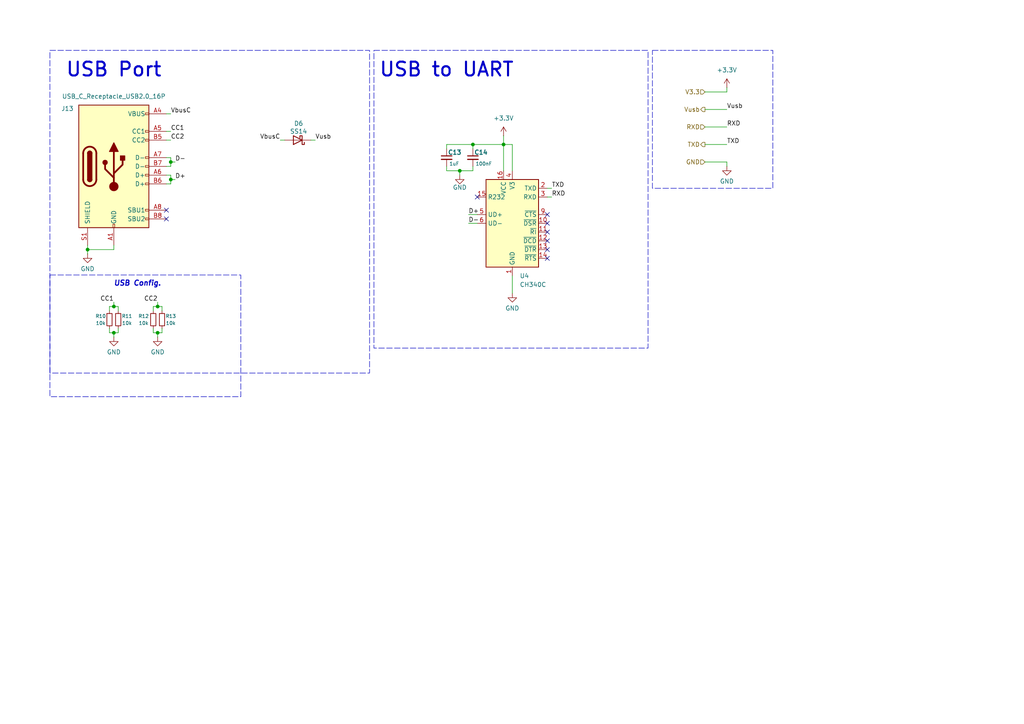
<source format=kicad_sch>
(kicad_sch (version 20250114) (generator "eeschema") (generator_version "9.0")
  (paper "A4")
  (lib_symbols
    (symbol "Connector:USB_C_Receptacle_USB2.0_16P" (pin_names (offset 1.016))
      (property "Reference" "J" (at 0 22.225 0))
      (property "Value" "USB_C_Receptacle_USB2.0_16P" (at 0 19.685 0))
      (symbol "USB_C_Receptacle_USB2.0_16P_0_0"
        (rectangle (start -0.254 -17.78) (end 0.254 -16.764))
        (rectangle (start 10.16 15.494) (end 9.144 14.986))
        (rectangle (start 10.16 10.414) (end 9.144 9.906))
        (rectangle (start 10.16 7.874) (end 9.144 7.366))
        (rectangle (start 10.16 2.794) (end 9.144 2.286))
        (rectangle (start 10.16 0.254) (end 9.144 -0.254))
        (rectangle (start 10.16 -2.286) (end 9.144 -2.794))
        (rectangle (start 10.16 -4.826) (end 9.144 -5.334))
        (rectangle (start 10.16 -12.446) (end 9.144 -12.954))
        (rectangle (start 10.16 -14.986) (end 9.144 -15.494))
      )
      (symbol "USB_C_Receptacle_USB2.0_16P_0_1"
        (rectangle (start -10.16 17.78) (end 10.16 -17.78) (stroke (width 0.254)) (fill (type background)))
        (polyline (pts (xy -8.89 -3.81) (xy -8.89 3.81)) (stroke (width 0.508)))
        (rectangle (start -7.62 -3.81) (end -6.35 3.81) (stroke (width 0.254)) (fill (type outline)))
        (arc (start -7.62 3.81) (mid -6.985 4.4423) (end -6.35 3.81) (stroke (width 0.254)))
        (arc (start -7.62 3.81) (mid -6.985 4.4423) (end -6.35 3.81) (stroke (width 0.254)) (fill (type outline)))
        (arc (start -8.89 3.81) (mid -6.985 5.7067) (end -5.08 3.81) (stroke (width 0.508)))
        (arc (start -5.08 -3.81) (mid -6.985 -5.7067) (end -8.89 -3.81) (stroke (width 0.508)))
        (arc (start -6.35 -3.81) (mid -6.985 -4.4423) (end -7.62 -3.81) (stroke (width 0.254)))
        (arc (start -6.35 -3.81) (mid -6.985 -4.4423) (end -7.62 -3.81) (stroke (width 0.254)) (fill (type outline)))
        (polyline (pts (xy -5.08 3.81) (xy -5.08 -3.81)) (stroke (width 0.508)))
        (circle (center -2.54 1.143) (radius 0.635) (stroke (width 0.254)) (fill (type outline)))
        (polyline (pts (xy -1.27 4.318) (xy 0 6.858) (xy 1.27 4.318) (xy -1.27 4.318)) (stroke (width 0.254)) (fill (type outline)))
        (polyline (pts (xy 0 -2.032) (xy 2.54 0.508) (xy 2.54 1.778)) (stroke (width 0.508)))
        (polyline (pts (xy 0 -3.302) (xy -2.54 -0.762) (xy -2.54 0.508)) (stroke (width 0.508)))
        (polyline (pts (xy 0 -5.842) (xy 0 4.318)) (stroke (width 0.508)))
        (circle (center 0 -5.842) (radius 1.27) (fill (type outline)))
        (rectangle (start 1.905 1.778) (end 3.175 3.048) (stroke (width 0.254)) (fill (type outline)))
      )
      (symbol "USB_C_Receptacle_USB2.0_16P_1_1"
        (pin passive line (at -7.62 -22.86 90) (length 5.08) (name "SHIELD") (number "S1"))
        (pin passive line (at 0 -22.86 90) (length 5.08) (name "GND") (number "A1"))
        (pin passive line (at 0 -22.86 90) (length 5.08) (hide yes) (name "GND") (number "A12"))
        (pin passive line (at 0 -22.86 90) (length 5.08) (hide yes) (name "GND") (number "B1"))
        (pin passive line (at 0 -22.86 90) (length 5.08) (hide yes) (name "GND") (number "B12"))
        (pin passive line (at 15.24 15.24 180) (length 5.08) (name "VBUS") (number "A4"))
        (pin passive line (at 15.24 15.24 180) (length 5.08) (hide yes) (name "VBUS") (number "A9"))
        (pin passive line (at 15.24 15.24 180) (length 5.08) (hide yes) (name "VBUS") (number "B4"))
        (pin passive line (at 15.24 15.24 180) (length 5.08) (hide yes) (name "VBUS") (number "B9"))
        (pin bidirectional line (at 15.24 10.16 180) (length 5.08) (name "CC1") (number "A5"))
        (pin bidirectional line (at 15.24 7.62 180) (length 5.08) (name "CC2") (number "B5"))
        (pin bidirectional line (at 15.24 2.54 180) (length 5.08) (name "D-") (number "A7"))
        (pin bidirectional line (at 15.24 0 180) (length 5.08) (name "D-") (number "B7"))
        (pin bidirectional line (at 15.24 -2.54 180) (length 5.08) (name "D+") (number "A6"))
        (pin bidirectional line (at 15.24 -5.08 180) (length 5.08) (name "D+") (number "B6"))
        (pin bidirectional line (at 15.24 -12.7 180) (length 5.08) (name "SBU1") (number "A8"))
        (pin bidirectional line (at 15.24 -15.24 180) (length 5.08) (name "SBU2") (number "B8"))
      )
    )
    (symbol "Device:C_Small" (pin_numbers (hide yes)) (pin_names (offset 0.254) (hide yes))
      (property "Reference" "C" (at 0.254 1.778 0))
      (property "Value" "C_Small" (at 0.254 -2.032 0))
      (symbol "C_Small_0_1"
        (polyline (pts (xy -1.524 0.508) (xy 1.524 0.508)) (stroke (width 0.3048)))
        (polyline (pts (xy -1.524 -0.508) (xy 1.524 -0.508)) (stroke (width 0.3302)))
      )
      (symbol "C_Small_1_1"
        (pin passive line (at 0 2.54 270) (length 2.032) (name "~") (number "1"))
        (pin passive line (at 0 -2.54 90) (length 2.032) (name "~") (number "2"))
      )
    )
    (symbol "Device:D_Schottky" (pin_numbers (hide yes)) (pin_names (offset 1.016) (hide yes))
      (property "Reference" "D" (at 0 2.54 0))
      (property "Value" "D_Schottky" (at 0 -2.54 0))
      (symbol "D_Schottky_0_1"
        (polyline (pts (xy -1.905 0.635) (xy -1.905 1.27) (xy -1.27 1.27) (xy -1.27 -1.27) (xy -0.635 -1.27) (xy -0.635 -0.635)) (stroke (width 0.254)))
        (polyline (pts (xy 1.27 1.27) (xy 1.27 -1.27) (xy -1.27 0) (xy 1.27 1.27)) (stroke (width 0.254)))
        (polyline (pts (xy 1.27 0) (xy -1.27 0)))
      )
      (symbol "D_Schottky_1_1"
        (pin passive line (at -3.81 0 0) (length 2.54) (name "K") (number "1"))
        (pin passive line (at 3.81 0 180) (length 2.54) (name "A") (number "2"))
      )
    )
    (symbol "Device:R_Small" (pin_numbers (hide yes)) (pin_names (offset 0.254) (hide yes))
      (property "Reference" "R" (at 0 0 90))
      (property "Value" "R_Small" (at 1.778 0 90))
      (symbol "R_Small_0_1"
        (rectangle (start -0.762 1.778) (end 0.762 -1.778) (stroke (width 0.2032)))
      )
      (symbol "R_Small_1_1"
        (pin passive line (at 0 2.54 270) (length 0.762) (name "~") (number "1"))
        (pin passive line (at 0 -2.54 90) (length 0.762) (name "~") (number "2"))
      )
    )
    (symbol "Interface_USB:CH340C"
      (property "Reference" "U" (at -5.08 13.97 0))
      (property "Value" "CH340C" (at 1.27 13.97 0))
      (symbol "CH340C_0_1"
        (rectangle (start -7.62 12.7) (end 7.62 -12.7) (stroke (width 0.254)) (fill (type background)))
      )
      (symbol "CH340C_1_1"
        (pin input line (at -10.16 7.62 0) (length 2.54) (name "R232") (number "15"))
        (pin bidirectional line (at -10.16 2.54 0) (length 2.54) (name "UD+") (number "5"))
        (pin bidirectional line (at -10.16 0 0) (length 2.54) (name "UD-") (number "6"))
        (pin no_connect line (at -7.62 -5.08 0) (length 2.54) (hide yes) (name "NC") (number "7"))
        (pin no_connect line (at -7.62 -7.62 0) (length 2.54) (hide yes) (name "NC") (number "8"))
        (pin power_in line (at -2.54 15.24 270) (length 2.54) (name "VCC") (number "16"))
        (pin power_out line (at 0 15.24 270) (length 2.54) (name "V3") (number "4"))
        (pin power_in line (at 0 -15.24 90) (length 2.54) (name "GND") (number "1"))
        (pin output line (at 10.16 10.16 180) (length 2.54) (name "TXD") (number "2"))
        (pin input line (at 10.16 7.62 180) (length 2.54) (name "RXD") (number "3"))
        (pin input line (at 10.16 2.54 180) (length 2.54) (name "~{CTS}") (number "9"))
        (pin input line (at 10.16 0 180) (length 2.54) (name "~{DSR}") (number "10"))
        (pin input line (at 10.16 -2.54 180) (length 2.54) (name "~{RI}") (number "11"))
        (pin input line (at 10.16 -5.08 180) (length 2.54) (name "~{DCD}") (number "12"))
        (pin output line (at 10.16 -7.62 180) (length 2.54) (name "~{DTR}") (number "13"))
        (pin output line (at 10.16 -10.16 180) (length 2.54) (name "~{RTS}") (number "14"))
      )
    )
    (symbol "power:+3.3V" (power) (pin_numbers (hide yes)) (pin_names (offset 0) (hide yes))
      (property "Value" "+3.3V" (at 0 3.556 0))
      (symbol "+3.3V_0_1"
        (polyline (pts (xy -0.762 1.27) (xy 0 2.54)))
        (polyline (pts (xy 0 2.54) (xy 0.762 1.27)))
        (polyline (pts (xy 0 0) (xy 0 2.54)))
      )
      (symbol "+3.3V_1_1"
        (pin power_in line (at 0 0 90) (length 0) (name "~") (number "1"))
      )
    )
    (symbol "power:GND" (power) (pin_numbers (hide yes)) (pin_names (offset 0) (hide yes))
      (property "Value" "GND" (at 0 -3.81 0))
      (symbol "GND_0_1"
        (polyline (pts (xy 0 0) (xy 0 -1.27) (xy 1.27 -1.27) (xy 0 -2.54) (xy -1.27 -1.27) (xy 0 -1.27)))
      )
      (symbol "GND_1_1"
        (pin power_in line (at 0 0 270) (length 0) (name "~") (number "1"))
      )
    )
  )
  (rectangle (start 14.478 14.605) (end 107.188 108.204) (stroke (width 0) (type dash)))
  (rectangle (start 108.458 14.605) (end 187.96 100.965) (stroke (width 0) (type dash)))
  (rectangle (start 14.478 79.756) (end 69.85 115.062) (stroke (width 0) (type dash)))
  (rectangle (start 189.23 14.605) (end 224.155 54.61) (stroke (width 0) (type dash)))
  (text "USB to UART \n" (at 131.064 20.32 0) (effects (font (size 4 4) (thickness 0.6) (bold yes))))
  (text "USB Config." (at 39.878 82.296 0) (effects (font (size 1.5 1.5) (thickness 0.3) (bold yes) (italic yes))))
  (text "USB Port" (at 33.02 20.32 0) (effects (font (size 4 4) (thickness 0.6) (bold yes))))
  (junction (at 45.72 96.52))
  (junction (at 137.16 41.91))
  (junction (at 133.35 49.53))
  (junction (at 146.05 41.91))
  (junction (at 25.4 72.39))
  (junction (at 49.53 52.07))
  (junction (at 33.02 96.52))
  (junction (at 45.72 88.9))
  (junction (at 33.02 88.9))
  (junction (at 49.53 46.99))
  (no_connect (at 48.26 60.96))
  (no_connect (at 158.75 69.85))
  (no_connect (at 158.75 67.31))
  (no_connect (at 158.75 64.77))
  (no_connect (at 138.43 57.15))
  (no_connect (at 158.75 72.39))
  (no_connect (at 158.75 74.93))
  (no_connect (at 158.75 62.23))
  (no_connect (at 48.26 63.5))
  (wire (pts (xy 210.82 26.67) (xy 210.82 25.4)))
  (wire (pts (xy 46.99 88.9) (xy 46.99 90.17)))
  (wire (pts (xy 204.47 41.91) (xy 210.82 41.91)))
  (wire (pts (xy 49.53 48.26) (xy 49.53 46.99)))
  (wire (pts (xy 44.45 95.25) (xy 44.45 96.52)))
  (wire (pts (xy 148.59 80.01) (xy 148.59 85.09)))
  (wire (pts (xy 31.75 88.9) (xy 31.75 90.17)))
  (wire (pts (xy 137.16 41.91) (xy 137.16 43.18)))
  (wire (pts (xy 48.26 53.34) (xy 49.53 53.34)))
  (wire (pts (xy 46.99 96.52) (xy 46.99 95.25)))
  (wire (pts (xy 45.72 87.63) (xy 45.72 88.9)))
  (wire (pts (xy 25.4 72.39) (xy 25.4 73.66)))
  (wire (pts (xy 204.47 26.67) (xy 210.82 26.67)))
  (wire (pts (xy 158.75 57.15) (xy 160.02 57.15)))
  (wire (pts (xy 48.26 33.02) (xy 49.53 33.02)))
  (wire (pts (xy 34.29 96.52) (xy 34.29 95.25)))
  (wire (pts (xy 210.82 46.99) (xy 204.47 46.99)))
  (wire (pts (xy 137.16 41.91) (xy 146.05 41.91)))
  (wire (pts (xy 135.89 64.77) (xy 138.43 64.77)))
  (wire (pts (xy 33.02 96.52) (xy 33.02 97.79)))
  (wire (pts (xy 146.05 41.91) (xy 146.05 49.53)))
  (wire (pts (xy 146.05 39.37) (xy 146.05 41.91)))
  (wire (pts (xy 49.53 45.72) (xy 48.26 45.72)))
  (wire (pts (xy 25.4 72.39) (xy 33.02 72.39)))
  (wire (pts (xy 146.05 41.91) (xy 148.59 41.91)))
  (wire (pts (xy 33.02 72.39) (xy 33.02 71.12)))
  (wire (pts (xy 44.45 88.9) (xy 44.45 90.17)))
  (wire (pts (xy 133.35 49.53) (xy 129.54 49.53)))
  (wire (pts (xy 49.53 46.99) (xy 50.8 46.99)))
  (wire (pts (xy 49.53 52.07) (xy 49.53 50.8)))
  (wire (pts (xy 133.35 49.53) (xy 133.35 50.8)))
  (wire (pts (xy 49.53 52.07) (xy 50.8 52.07)))
  (wire (pts (xy 204.47 31.75) (xy 210.82 31.75)))
  (wire (pts (xy 33.02 88.9) (xy 34.29 88.9)))
  (wire (pts (xy 48.26 48.26) (xy 49.53 48.26)))
  (wire (pts (xy 148.59 41.91) (xy 148.59 49.53)))
  (wire (pts (xy 204.47 36.83) (xy 210.82 36.83)))
  (wire (pts (xy 48.26 40.64) (xy 49.53 40.64)))
  (wire (pts (xy 137.16 49.53) (xy 137.16 48.26)))
  (wire (pts (xy 45.72 88.9) (xy 46.99 88.9)))
  (wire (pts (xy 45.72 88.9) (xy 44.45 88.9)))
  (wire (pts (xy 25.4 71.12) (xy 25.4 72.39)))
  (wire (pts (xy 31.75 95.25) (xy 31.75 96.52)))
  (wire (pts (xy 49.53 50.8) (xy 48.26 50.8)))
  (wire (pts (xy 129.54 43.18) (xy 129.54 41.91)))
  (wire (pts (xy 31.75 96.52) (xy 33.02 96.52)))
  (wire (pts (xy 133.35 49.53) (xy 137.16 49.53)))
  (wire (pts (xy 135.89 62.23) (xy 138.43 62.23)))
  (wire (pts (xy 129.54 41.91) (xy 137.16 41.91)))
  (wire (pts (xy 129.54 48.26) (xy 129.54 49.53)))
  (wire (pts (xy 34.29 88.9) (xy 34.29 90.17)))
  (wire (pts (xy 33.02 96.52) (xy 34.29 96.52)))
  (wire (pts (xy 33.02 87.63) (xy 33.02 88.9)))
  (wire (pts (xy 33.02 88.9) (xy 31.75 88.9)))
  (wire (pts (xy 48.26 38.1) (xy 49.53 38.1)))
  (wire (pts (xy 49.53 46.99) (xy 49.53 45.72)))
  (wire (pts (xy 158.75 54.61) (xy 160.02 54.61)))
  (wire (pts (xy 49.53 53.34) (xy 49.53 52.07)))
  (wire (pts (xy 45.72 96.52) (xy 45.72 97.79)))
  (wire (pts (xy 90.17 40.64) (xy 91.44 40.64)))
  (wire (pts (xy 44.45 96.52) (xy 45.72 96.52)))
  (wire (pts (xy 81.28 40.64) (xy 82.55 40.64)))
  (wire (pts (xy 210.82 48.26) (xy 210.82 46.99)))
  (wire (pts (xy 45.72 96.52) (xy 46.99 96.52)))
  (label "RXD" (at 210.82 36.83 0))
  (label "Vusb" (at 91.44 40.64 0))
  (label "VbusC" (at 81.28 40.64 180))
  (label "VbusC" (at 49.53 33.02 0))
  (label "Vusb" (at 210.82 31.75 0))
  (label "D+" (at 135.89 62.23 0))
  (label "RXD" (at 160.02 57.15 0))
  (label "CC2" (at 45.72 87.63 180))
  (label "TXD" (at 210.82 41.91 0))
  (label "CC1" (at 49.53 38.1 0))
  (label "CC2" (at 49.53 40.64 0))
  (label "D+" (at 50.8 52.07 0))
  (label "TXD" (at 160.02 54.61 0))
  (label "D-" (at 135.89 64.77 0))
  (label "D-" (at 50.8 46.99 0))
  (label "CC1" (at 33.02 87.63 180))
  (hierarchical_label "TXD" (shape output) (at 204.47 41.91 180))
  (hierarchical_label "Vusb" (shape output) (at 204.47 31.75 180))
  (hierarchical_label "GND" (shape input) (at 204.47 46.99 180))
  (hierarchical_label "RXD" (shape input) (at 204.47 36.83 180))
  (hierarchical_label "V3.3" (shape input) (at 204.47 26.67 180))
  (symbol (lib_id "power:+3.3V") (at 210.82 25.4 0) (unit 1)
    (property "Reference" "#PWR051" (effects (hide yes)))
    (property "Value" "+3.3V" (at 210.82 20.32 0))
    (property "Description" "Power symbol creates a global label with name \"+3.3V\"" (effects (hide yes)))
    (instances (project "Man-I-Love-Facturas-V2" (path "" (reference "#PWR043") (unit 1))) (project "Man-I-Love-Facturas-V2" (path "" (reference "#PWR051") (unit 1))) (project "Man-I-Love-Facturas-V2" (path "" (reference "#PWR045") (unit 1))))
  )
  (symbol (lib_id "Device:R_Small") (at 31.75 92.71 180) (unit 1)
    (property "Reference" "R23" (at 29.21 91.694 0) (effects (font (size 1 1))))
    (property "Value" "10k" (at 29.21 93.726 0) (effects (font (size 1 1))))
    (property "Footprint" "Resistor_SMD:R_0603_1608Metric" (effects (hide yes)))
    (property "Description" "Resistor, small symbol" (effects (hide yes)))
    (instances (project "main_MagicAlonso" (path "" (reference "R10") (unit 1))) (project "main_MagicAlonso" (path "" (reference "R23") (unit 1))))
  )
  (symbol (lib_id "power:GND") (at 133.35 50.8 0) (unit 1)
    (property "Reference" "#PWR048" (effects (hide yes)))
    (property "Value" "GND" (at 133.35 54.356 0))
    (property "Description" "Power symbol creates a global label with name \"GND\" , ground" (effects (hide yes)))
    (instances (project "Man-I-Love-Facturas-V2" (path "" (reference "#PWR046") (unit 1))) (project "Man-I-Love-Facturas-V2" (path "" (reference "#PWR048") (unit 1))) (project "Man-I-Love-Facturas-V2" (path "" (reference "#PWR043") (unit 1))))
  )
  (symbol (lib_id "Device:C_Small") (at 137.16 45.72 0) (unit 1)
    (property "Reference" "C28" (at 137.414 44.196 0) (effects (font (bold yes)) (justify left)))
    (property "Value" "100nF" (at 137.922 47.498 0) (effects (font (size 1 1)) (justify left)))
    (property "Footprint" "Capacitor_SMD:C_0603_1608Metric" (effects (hide yes)))
    (property "Description" "Unpolarized capacitor, small symbol" (effects (hide yes)))
    (instances (project "Man-I-Love-Facturas-V2" (path "" (reference "C14") (unit 1))) (project "Man-I-Love-Facturas-V2" (path "" (reference "C28") (unit 1))) (project "Man-I-Love-Facturas-V2" (path "" (reference "C16") (unit 1))))
  )
  (symbol (lib_id "Device:R_Small") (at 44.45 92.71 180) (unit 1)
    (property "Reference" "R25" (at 41.656 91.694 0) (effects (font (size 1 1))))
    (property "Value" "10k" (at 41.656 93.726 0) (effects (font (size 1 1))))
    (property "Footprint" "Resistor_SMD:R_0603_1608Metric" (effects (hide yes)))
    (property "Description" "Resistor, small symbol" (effects (hide yes)))
    (instances (project "main_MagicAlonso" (path "" (reference "R12") (unit 1))) (project "main_MagicAlonso" (path "" (reference "R25") (unit 1))))
  )
  (symbol (lib_id "power:GND") (at 210.82 48.26 0) (unit 1)
    (property "Reference" "#PWR052" (effects (hide yes)))
    (property "Value" "GND" (at 210.82 52.578 0))
    (property "Description" "Power symbol creates a global label with name \"GND\" , ground" (effects (hide yes)))
    (instances (project "Man-I-Love-Facturas-V2" (path "" (reference "#PWR045") (unit 1))) (project "Man-I-Love-Facturas-V2" (path "" (reference "#PWR052") (unit 1))) (project "Man-I-Love-Facturas-V2" (path "" (reference "#PWR046") (unit 1))))
  )
  (symbol (lib_id "Connector:USB_C_Receptacle_USB2.0_16P") (at 33.02 48.26 0) (unit 1)
    (property "Reference" "J6" (at 19.558 31.496 0))
    (property "Value" "USB_C_Receptacle_USB2.0_16P" (at 33.02 27.94 0))
    (property "Footprint" "Connector_USB:USB_C_Receptacle_GCT_USB4110" (effects (hide yes)))
    (property "Datasheet" "https://www.usb.org/sites/default/files/documents/usb_type-c.zip" (effects (hide yes)))
    (property "Description" "USB 2.0-only 16P Type-C Receptacle connector" (effects (hide yes)))
    (instances (project "main_MagicAlonso" (path "" (reference "J13") (unit 1))) (project "main_MagicAlonso" (path "" (reference "J6") (unit 1))))
  )
  (symbol (lib_id "Device:D_Schottky") (at 86.36 40.64 180) (unit 1)
    (property "Reference" "D10" (at 86.614 35.814 0))
    (property "Value" "SS14" (at 86.614 38.1 0))
    (property "Footprint" "Diode_SMD:D_SMA" (effects (hide yes)))
    (property "Description" "Schottky diode" (effects (hide yes)))
    (instances (project "Man-I-Love-Facturas-V2" (path "" (reference "D6") (unit 1))) (project "Man-I-Love-Facturas-V2" (path "" (reference "D10") (unit 1))) (project "Man-I-Love-Facturas-V2" (path "" (reference "D6") (unit 1))))
  )
  (symbol (lib_id "power:+3.3V") (at 146.05 39.37 0) (unit 1)
    (property "Reference" "#PWR049" (effects (hide yes)))
    (property "Value" "+3.3V" (at 146.05 34.29 0))
    (property "Description" "Power symbol creates a global label with name \"+3.3V\"" (effects (hide yes)))
    (instances (project "Man-I-Love-Facturas-V2" (path "" (reference "#PWR044") (unit 1))) (project "Man-I-Love-Facturas-V2" (path "" (reference "#PWR049") (unit 1))) (project "Man-I-Love-Facturas-V2" (path "" (reference "#PWR041") (unit 1))))
  )
  (symbol (lib_id "power:GND") (at 25.4 73.66 0) (unit 1)
    (property "Reference" "#PWR045" (effects (hide yes)))
    (property "Value" "GND" (at 25.4 77.978 0))
    (property "Description" "Power symbol creates a global label with name \"GND\" , ground" (effects (hide yes)))
    (instances (project "Man-I-Love-Facturas-V2" (path "" (reference "#PWR049") (unit 1))) (project "Man-I-Love-Facturas-V2" (path "" (reference "#PWR045") (unit 1))) (project "Man-I-Love-Facturas-V2" (path "" (reference "#PWR027") (unit 1))))
  )
  (symbol (lib_id "Interface_USB:CH340C") (at 148.59 64.77 0) (unit 1)
    (property "Reference" "U6" (at 150.7333 80.01 0) (effects (justify left)))
    (property "Value" "CH340C" (at 150.7333 82.55 0) (effects (justify left)))
    (property "Footprint" "Package_SO:SOIC-16_3.9x9.9mm_P1.27mm" (effects (hide yes)))
    (property "Datasheet" "https://datasheet.lcsc.com/szlcsc/Jiangsu-Qin-Heng-CH340C_C84681.pdf" (effects (hide yes)))
    (property "Description" "USB serial converter, crystal-less, UART, SOIC-16" (effects (hide yes)))
    (instances (project "" (path "" (reference "U4") (unit 1))) (project "" (path "" (reference "U6") (unit 1))))
  )
  (symbol (lib_id "Device:R_Small") (at 34.29 92.71 180) (unit 1)
    (property "Reference" "R24" (at 36.83 91.694 0) (effects (font (size 1 1))))
    (property "Value" "10k" (at 36.83 93.726 0) (effects (font (size 1 1))))
    (property "Footprint" "Resistor_SMD:R_0603_1608Metric" (effects (hide yes)))
    (property "Description" "Resistor, small symbol" (effects (hide yes)))
    (instances (project "" (path "" (reference "R11") (unit 1))) (project "" (path "" (reference "R24") (unit 1))))
  )
  (symbol (lib_id "power:GND") (at 45.72 97.79 0) (unit 1)
    (property "Reference" "#PWR047" (effects (hide yes)))
    (property "Value" "GND" (at 45.72 102.108 0))
    (property "Description" "Power symbol creates a global label with name \"GND\" , ground" (effects (hide yes)))
    (instances (project "main_MagicAlonso" (path "" (reference "#PWR053") (unit 1))) (project "main_MagicAlonso" (path "" (reference "#PWR047") (unit 1))))
  )
  (symbol (lib_id "Device:C_Small") (at 129.54 45.72 0) (unit 1)
    (property "Reference" "C27" (at 129.794 44.196 0) (effects (font (bold yes)) (justify left)))
    (property "Value" "1uF" (at 130.302 47.498 0) (effects (font (size 1 1)) (justify left)))
    (property "Footprint" "Capacitor_SMD:C_0805_2012Metric" (effects (hide yes)))
    (property "Description" "Unpolarized capacitor, small symbol" (effects (hide yes)))
    (instances (project "main_MagicAlonso" (path "" (reference "C13") (unit 1))) (project "main_MagicAlonso" (path "" (reference "C27") (unit 1))))
  )
  (symbol (lib_id "power:GND") (at 148.59 85.09 0) (unit 1)
    (property "Reference" "#PWR050" (effects (hide yes)))
    (property "Value" "GND" (at 148.59 89.408 0))
    (property "Description" "Power symbol creates a global label with name \"GND\" , ground" (effects (hide yes)))
    (instances (project "Man-I-Love-Facturas-V2" (path "" (reference "#PWR051") (unit 1))) (project "Man-I-Love-Facturas-V2" (path "" (reference "#PWR050") (unit 1))) (project "Man-I-Love-Facturas-V2" (path "" (reference "#PWR042") (unit 1))))
  )
  (symbol (lib_id "power:GND") (at 33.02 97.79 0) (unit 1)
    (property "Reference" "#PWR046" (effects (hide yes)))
    (property "Value" "GND" (at 33.02 102.108 0))
    (property "Description" "Power symbol creates a global label with name \"GND\" , ground" (effects (hide yes)))
    (instances (project "main_MagicAlonso" (path "" (reference "#PWR052") (unit 1))) (project "main_MagicAlonso" (path "" (reference "#PWR046") (unit 1))))
  )
  (symbol (lib_id "Device:R_Small") (at 46.99 92.71 180) (unit 1)
    (property "Reference" "R26" (at 49.53 91.694 0) (effects (font (size 1 1))))
    (property "Value" "10k" (at 49.53 93.726 0) (effects (font (size 1 1))))
    (property "Footprint" "Resistor_SMD:R_0603_1608Metric" (effects (hide yes)))
    (property "Description" "Resistor, small symbol" (effects (hide yes)))
    (instances (project "main_MagicAlonso" (path "" (reference "R13") (unit 1))) (project "main_MagicAlonso" (path "" (reference "R26") (unit 1))))
  )
)
</source>
